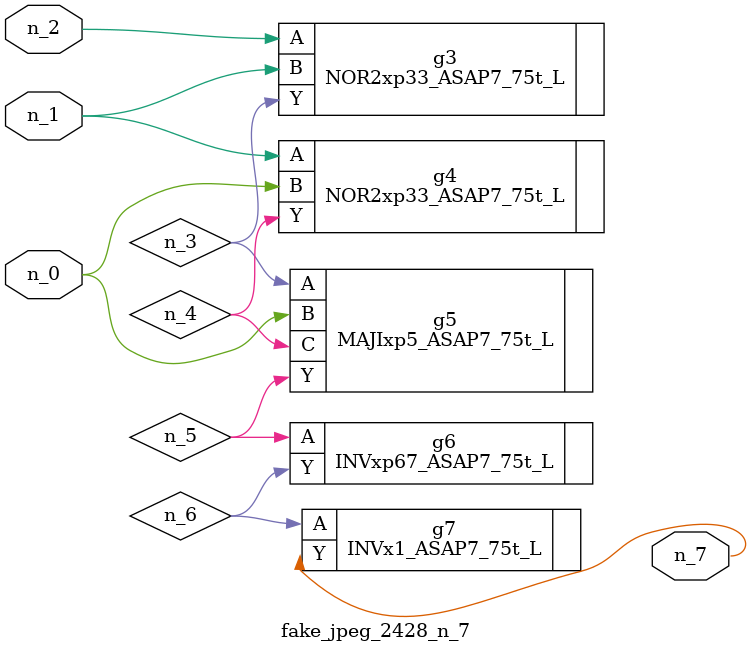
<source format=v>
module fake_jpeg_2428_n_7 (n_0, n_2, n_1, n_7);

input n_0;
input n_2;
input n_1;

output n_7;

wire n_3;
wire n_4;
wire n_6;
wire n_5;

NOR2xp33_ASAP7_75t_L g3 ( 
.A(n_2),
.B(n_1),
.Y(n_3)
);

NOR2xp33_ASAP7_75t_L g4 ( 
.A(n_1),
.B(n_0),
.Y(n_4)
);

MAJIxp5_ASAP7_75t_L g5 ( 
.A(n_3),
.B(n_0),
.C(n_4),
.Y(n_5)
);

INVxp67_ASAP7_75t_L g6 ( 
.A(n_5),
.Y(n_6)
);

INVx1_ASAP7_75t_L g7 ( 
.A(n_6),
.Y(n_7)
);


endmodule
</source>
